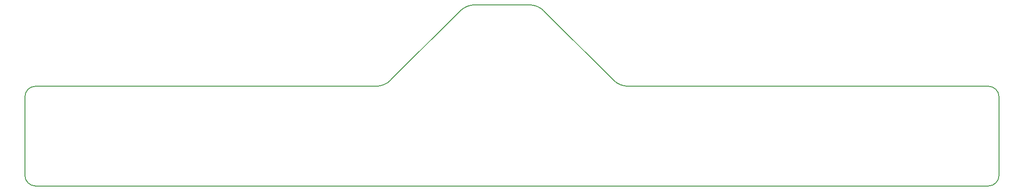
<source format=gbr>
%TF.GenerationSoftware,KiCad,Pcbnew,8.0.2*%
%TF.CreationDate,2024-06-27T20:10:10+03:00*%
%TF.ProjectId,MV_Abnehmerplatine,4d565f41-626e-4656-986d-6572706c6174,rev?*%
%TF.SameCoordinates,Original*%
%TF.FileFunction,Profile,NP*%
%FSLAX46Y46*%
G04 Gerber Fmt 4.6, Leading zero omitted, Abs format (unit mm)*
G04 Created by KiCad (PCBNEW 8.0.2) date 2024-06-27 20:10:10*
%MOMM*%
%LPD*%
G01*
G04 APERTURE LIST*
%TA.AperFunction,Profile*%
%ADD10C,0.200000*%
%TD*%
G04 APERTURE END LIST*
D10*
X140643428Y-74014381D02*
G75*
G02*
X143471855Y-72842774I2828472J-2828419D01*
G01*
X57990000Y-105360000D02*
X57990001Y-90360001D01*
X153758146Y-72842809D02*
G75*
G02*
X156586548Y-74014407I-46J-3999991D01*
G01*
X57990001Y-90360001D02*
G75*
G02*
X59990002Y-88360001I1999999J1D01*
G01*
X172589048Y-88360000D02*
X240990003Y-88360001D01*
X242990002Y-105360001D02*
G75*
G02*
X240990002Y-107360002I-2000002J1D01*
G01*
X127469381Y-87188427D02*
G75*
G02*
X124640956Y-88359967I-2828381J2828427D01*
G01*
X59990002Y-107360000D02*
G75*
G02*
X57990000Y-105360000I-2J2000000D01*
G01*
X153758146Y-72842809D02*
X143471855Y-72842808D01*
X172589048Y-88360000D02*
G75*
G02*
X169760597Y-87188451I-48J4000000D01*
G01*
X240990002Y-107360001D02*
X59990002Y-107360000D01*
X59990002Y-88360000D02*
X124640956Y-88360000D01*
X156586573Y-74014382D02*
X169760620Y-87188428D01*
X240990003Y-88360001D02*
G75*
G02*
X242989999Y-90359999I-3J-1999999D01*
G01*
X127469381Y-87188427D02*
X140643428Y-74014381D01*
X242990002Y-90359999D02*
X242990002Y-105360001D01*
M02*

</source>
